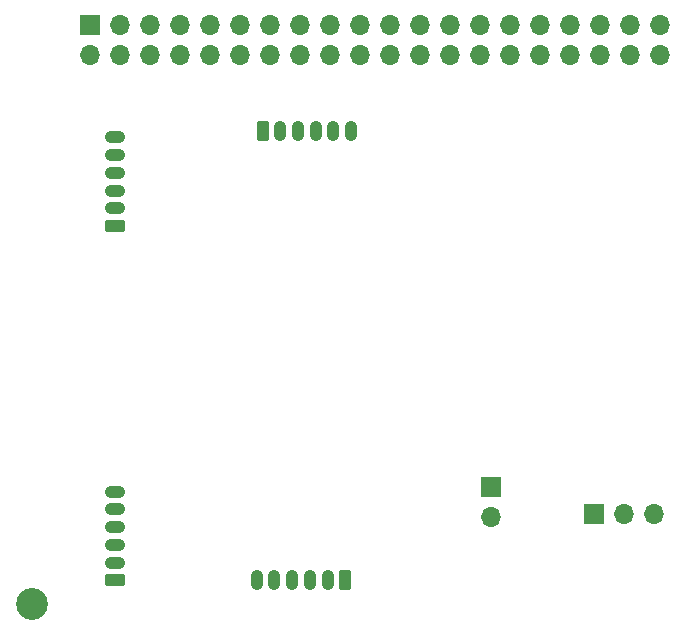
<source format=gbr>
%TF.GenerationSoftware,KiCad,Pcbnew,8.0.1*%
%TF.CreationDate,2024-09-23T21:20:22+09:00*%
%TF.ProjectId,Test2,54657374-322e-46b6-9963-61645f706362,rev?*%
%TF.SameCoordinates,Original*%
%TF.FileFunction,Soldermask,Bot*%
%TF.FilePolarity,Negative*%
%FSLAX46Y46*%
G04 Gerber Fmt 4.6, Leading zero omitted, Abs format (unit mm)*
G04 Created by KiCad (PCBNEW 8.0.1) date 2024-09-23 21:20:22*
%MOMM*%
%LPD*%
G01*
G04 APERTURE LIST*
G04 Aperture macros list*
%AMRoundRect*
0 Rectangle with rounded corners*
0 $1 Rounding radius*
0 $2 $3 $4 $5 $6 $7 $8 $9 X,Y pos of 4 corners*
0 Add a 4 corners polygon primitive as box body*
4,1,4,$2,$3,$4,$5,$6,$7,$8,$9,$2,$3,0*
0 Add four circle primitives for the rounded corners*
1,1,$1+$1,$2,$3*
1,1,$1+$1,$4,$5*
1,1,$1+$1,$6,$7*
1,1,$1+$1,$8,$9*
0 Add four rect primitives between the rounded corners*
20,1,$1+$1,$2,$3,$4,$5,0*
20,1,$1+$1,$4,$5,$6,$7,0*
20,1,$1+$1,$6,$7,$8,$9,0*
20,1,$1+$1,$8,$9,$2,$3,0*%
G04 Aperture macros list end*
%ADD10R,1.700000X1.700000*%
%ADD11O,1.700000X1.700000*%
%ADD12O,1.730000X1.030000*%
%ADD13RoundRect,0.250000X0.615000X-0.265000X0.615000X0.265000X-0.615000X0.265000X-0.615000X-0.265000X0*%
%ADD14RoundRect,0.250000X-0.265000X-0.615000X0.265000X-0.615000X0.265000X0.615000X-0.265000X0.615000X0*%
%ADD15O,1.030000X1.730000*%
%ADD16RoundRect,0.250000X0.265000X0.615000X-0.265000X0.615000X-0.265000X-0.615000X0.265000X-0.615000X0*%
%ADD17C,2.700000*%
G04 APERTURE END LIST*
D10*
%TO.C,Fan1*%
X131800000Y-122100000D03*
D11*
X131800000Y-124640000D03*
%TD*%
D12*
%TO.C,J2_GPIO17*%
X100000000Y-92500000D03*
X100000000Y-94000000D03*
X100000000Y-95500000D03*
X100000000Y-97000000D03*
X100000000Y-98500000D03*
D13*
X100000000Y-100000000D03*
%TD*%
D14*
%TO.C,J1_GPIO4*%
X112500000Y-92000000D03*
D15*
X114000000Y-92000000D03*
X115500000Y-92000000D03*
X117000000Y-92000000D03*
X118500000Y-92000000D03*
X120000000Y-92000000D03*
%TD*%
D16*
%TO.C,J4_GPIO22*%
X119500000Y-130000000D03*
D15*
X118000000Y-130000000D03*
X116500000Y-130000000D03*
X115000000Y-130000000D03*
X113500000Y-130000000D03*
X112000000Y-130000000D03*
%TD*%
D17*
%TO.C,REF\u002A\u002A*%
X93000000Y-132000000D03*
%TD*%
D10*
%TO.C,M1_GPIO23*%
X140560000Y-124400000D03*
D11*
X143100000Y-124400000D03*
X145640000Y-124400000D03*
%TD*%
D10*
%TO.C,J1*%
X97920000Y-83000000D03*
D11*
X97920000Y-85540000D03*
X100460000Y-83000000D03*
X100460000Y-85540000D03*
X103000000Y-83000000D03*
X103000000Y-85540000D03*
X105540000Y-83000000D03*
X105540000Y-85540000D03*
X108080000Y-83000000D03*
X108080000Y-85540000D03*
X110620000Y-83000000D03*
X110620000Y-85540000D03*
X113160000Y-83000000D03*
X113160000Y-85540000D03*
X115700000Y-83000000D03*
X115700000Y-85540000D03*
X118240000Y-83000000D03*
X118240000Y-85540000D03*
X120780000Y-83000000D03*
X120780000Y-85540000D03*
X123320000Y-83000000D03*
X123320000Y-85540000D03*
X125860000Y-83000000D03*
X125860000Y-85540000D03*
X128400000Y-83000000D03*
X128400000Y-85540000D03*
X130940000Y-83000000D03*
X130940000Y-85540000D03*
X133480000Y-83000000D03*
X133480000Y-85540000D03*
X136020000Y-83000000D03*
X136020000Y-85540000D03*
X138560000Y-83000000D03*
X138560000Y-85540000D03*
X141100000Y-83000000D03*
X141100000Y-85540000D03*
X143640000Y-83000000D03*
X143640000Y-85540000D03*
X146180000Y-83000000D03*
X146180000Y-85540000D03*
%TD*%
D12*
%TO.C,J3_GPIO27*%
X100000000Y-122500000D03*
X100000000Y-124000000D03*
X100000000Y-125500000D03*
X100000000Y-127000000D03*
X100000000Y-128500000D03*
D13*
X100000000Y-130000000D03*
%TD*%
M02*

</source>
